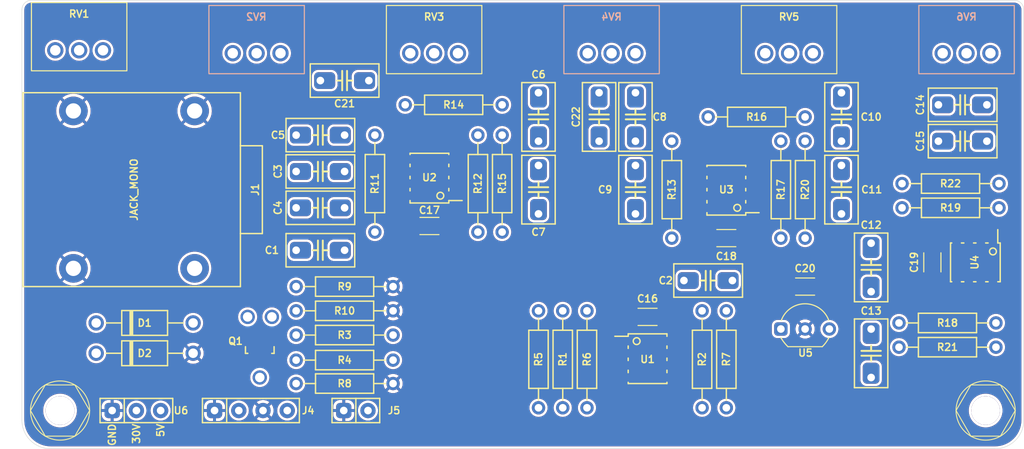
<source format=kicad_pcb>
(kicad_pcb (version 20211014) (generator pcbnew)
  (layers (0 "F.Cu" signal) (31 "B.Cu" signal) (34 "B.Paste" user) (35 "F.Paste" user) (36 "B.SilkS" user "B.Silkscreen") (37 "F.SilkS" user "F.Silkscreen") (38 "B.Mask" user) (39 "F.Mask" user) (44 "Edge.Cuts" user))
  (net 0 "")
  (net 1 "GND")
  (net 2 "Net-(C1-Pad1)")
  (net 3 "Net-(C5-Pad1)")
  (net 4 "+BATT")
  (net 5 "Net-(C10-Pad2)")
  (net 6 "Net-(C12-Pad2)")
  (net 7 "Net-(C14-Pad2)")
  (net 8 "Net-(R1-Pad2)")
  (net 9 "Net-(R13-Pad2)")
  (net 10 "Net-(C10-Pad1)")
  (net 11 "Net-(C12-Pad1)")
  (net 12 "Net-(C14-Pad1)")
  (net 13 "Net-(C15-Pad1)")
  (net 14 "Net-(R17-Pad2)")
  (net 15 "BOOST")
  (net 16 "Net-(R19-Pad2)")
  (net 17 "CUT")
  (net 18 "VGND")
  (net 19 "/jfet_d")
  (net 20 "Net-(C2-Pad2)")
  (net 21 "Net-(C3-Pad2)")
  (net 22 "Net-(C3-Pad1)")
  (net 23 "Net-(C7-Pad1)")
  (net 24 "Net-(C9-Pad1)")
  (net 25 "Net-(C11-Pad1)")
  (net 26 "Net-(C13-Pad1)")
  (net 27 "/jfet_g")
  (net 28 "Net-(D1-Pad1)")
  (net 29 "/jfet_s")
  (net 30 "Net-(R1-Pad1)")
  (net 31 "Net-(R11-Pad2)")
  (net 32 "Net-(R12-Pad2)")
  (net 33 "Net-(R18-Pad2)")
  (net 34 "/OUT")
  (net 35 "Net-(C21-Pad2)")
  (net 36 "Net-(C21-Pad1)")
  (net 37 "Net-(C22-Pad2)")
  (net 38 "Net-(C22-Pad1)")
  (footprint "myAmp:C_5MM_1206" (layer "F.Cu") (at 81.28 76.2 180)
    (fp_text reference "C1" (at 5.08 0) (layer "F.SilkS") (effects (font (size 0.75 0.75))))
    (fp_text value "1μF" hide)
    (pad "1" thru_hole roundrect locked (at -2.54 0 180) (size 2.2 1.75) (drill 0.8 (offset 0.45 0)) (layers *.Cu *.Mask) (net 2 "Net-(C1-Pad1)"))
    (pad "2" thru_hole roundrect locked (at 2.54 0 180) (size 2.2 1.75) (drill 0.8 (offset -0.45 0)) (layers *.Cu *.Mask) (net 19 "/jfet_d"))
  )
  (footprint "myAmp:C_5MM_1206" (layer "F.Cu") (at 81.28 67.945 180)
    (fp_text reference "C3" (at 4.445 0 270) (layer "F.SilkS") (effects (font (size 0.75 0.75))))
    (fp_text value "1μF" hide)
    (pad "1" thru_hole roundrect locked (at -2.54 0 180) (size 2.2 1.75) (drill 0.8 (offset 0.45 0)) (layers *.Cu *.Mask) (net 22 "Net-(C3-Pad1)"))
    (pad "2" thru_hole roundrect locked (at 2.54 0 180) (size 2.2 1.75) (drill 0.8 (offset -0.45 0)) (layers *.Cu *.Mask) (net 21 "Net-(C3-Pad2)"))
  )
  (footprint "myAmp:C_5MM_1206" (layer "F.Cu") (at 81.28 71.755 180)
    (fp_text reference "C4" (at 4.445 0 270) (layer "F.SilkS") (effects (font (size 0.75 0.75))))
    (fp_text value "680nF" hide)
    (pad "1" thru_hole roundrect locked (at -2.54 0 180) (size 2.2 1.75) (drill 0.8 (offset 0.45 0)) (layers *.Cu *.Mask) (net 22 "Net-(C3-Pad1)"))
    (pad "2" thru_hole roundrect locked (at 2.54 0 180) (size 2.2 1.75) (drill 0.8 (offset -0.45 0)) (layers *.Cu *.Mask) (net 21 "Net-(C3-Pad2)"))
  )
  (footprint "myAmp:C_5MM_1206" (layer "F.Cu") (at 81.28 64.135 180)
    (fp_text reference "C5" (at 4.445 0) (layer "F.SilkS") (effects (font (size 0.75 0.75))))
    (fp_text value "22nF" hide)
    (pad "1" thru_hole roundrect locked (at -2.54 0 180) (size 2.2 1.75) (drill 0.8 (offset 0.45 0)) (layers *.Cu *.Mask) (net 3 "Net-(C5-Pad1)"))
    (pad "2" thru_hole roundrect locked (at 2.54 0 180) (size 2.2 1.75) (drill 0.8 (offset -0.45 0)) (layers *.Cu *.Mask) (net 22 "Net-(C3-Pad1)"))
  )
  (footprint "myAmp:C_5MM_1206" (layer "F.Cu") (at 104.14 62.23 90)
    (fp_text reference "C6" (at 4.445 0) (layer "F.SilkS") (effects (font (size 0.75 0.75))))
    (fp_text value "470nF" hide)
    (pad "1" thru_hole roundrect locked (at -2.54 0 90) (size 2.2 1.75) (drill 0.8 (offset 0.45 0)) (layers *.Cu *.Mask) (net 36 "Net-(C21-Pad1)"))
    (pad "2" thru_hole roundrect locked (at 2.54 0 90) (size 2.2 1.75) (drill 0.8 (offset -0.45 0)) (layers *.Cu *.Mask) (net 35 "Net-(C21-Pad2)"))
  )
  (footprint "myAmp:C_5MM_1206" (layer "F.Cu") (at 104.14 69.85 90)
    (fp_text reference "C7" (at -4.445 0) (layer "F.SilkS") (effects (font (size 0.75 0.75))))
    (fp_text value "10nF" hide)
    (pad "1" thru_hole roundrect locked (at -2.54 0 90) (size 2.2 1.75) (drill 0.8 (offset 0.45 0)) (layers *.Cu *.Mask) (net 23 "Net-(C7-Pad1)"))
    (pad "2" thru_hole roundrect locked (at 2.54 0 90) (size 2.2 1.75) (drill 0.8 (offset -0.45 0)) (layers *.Cu *.Mask) (net 36 "Net-(C21-Pad1)"))
  )
  (footprint "myAmp:C_5MM_1206" (layer "F.Cu") (at 114.3 62.23 90)
    (fp_text reference "C8" (at 0 2.54 180) (layer "F.SilkS") (effects (font (size 0.75 0.75))))
    (fp_text value "220nF" hide)
    (pad "1" thru_hole roundrect locked (at -2.54 0 90) (size 2.2 1.75) (drill 0.8 (offset 0.45 0)) (layers *.Cu *.Mask) (net 38 "Net-(C22-Pad1)"))
    (pad "2" thru_hole roundrect locked (at 2.54 0 90) (size 2.2 1.75) (drill 0.8 (offset -0.45 0)) (layers *.Cu *.Mask) (net 37 "Net-(C22-Pad2)"))
  )
  (footprint "myAmp:C_5MM_1206" (layer "F.Cu") (at 135.89 62.23 90)
    (fp_text reference "C10" (at 0 3.11) (layer "F.SilkS") (effects (font (size 0.75 0.75))))
    (fp_text value "220nF" hide)
    (pad "1" thru_hole roundrect locked (at -2.54 0 90) (size 2.2 1.75) (drill 0.8 (offset 0.45 0)) (layers *.Cu *.Mask) (net 10 "Net-(C10-Pad1)"))
    (pad "2" thru_hole roundrect locked (at 2.54 0 90) (size 2.2 1.75) (drill 0.8 (offset -0.45 0)) (layers *.Cu *.Mask) (net 5 "Net-(C10-Pad2)"))
  )
  (footprint "myAmp:C_5MM_1206" (layer "F.Cu") (at 135.89 69.85 90)
    (fp_text reference "C11" (at 0 3.175) (layer "F.SilkS") (effects (font (size 0.75 0.75))))
    (fp_text value "2.7nF" hide)
    (pad "1" thru_hole roundrect locked (at -2.54 0 90) (size 2.2 1.75) (drill 0.8 (offset 0.45 0)) (layers *.Cu *.Mask) (net 25 "Net-(C11-Pad1)"))
    (pad "2" thru_hole roundrect locked (at 2.54 0 90) (size 2.2 1.75) (drill 0.8 (offset -0.45 0)) (layers *.Cu *.Mask) (net 10 "Net-(C10-Pad1)"))
  )
  (footprint "myAmp:C_5MM_1206" (layer "F.Cu") (at 148.59 60.96)
    (fp_text reference "C14" (at -4.445 0 90) (layer "F.SilkS") (effects (font (size 0.75 0.75))))
    (fp_text value "47nF" hide)
    (pad "1" thru_hole roundrect locked (at -2.54 0) (size 2.2 1.75) (drill 0.8 (offset 0.45 0)) (layers *.Cu *.Mask) (net 12 "Net-(C14-Pad1)"))
    (pad "2" thru_hole roundrect locked (at 2.54 0) (size 2.2 1.75) (drill 0.8 (offset -0.45 0)) (layers *.Cu *.Mask) (net 7 "Net-(C14-Pad2)"))
  )
  (footprint "myAmp:C_5MM_1206" (layer "F.Cu") (at 148.59 64.77 180)
    (fp_text reference "C15" (at 4.445 0 90) (layer "F.SilkS") (effects (font (size 0.75 0.75))))
    (fp_text value "680pF" hide)
    (pad "1" thru_hole roundrect locked (at -2.54 0 180) (size 2.2 1.75) (drill 0.8 (offset 0.45 0)) (layers *.Cu *.Mask) (net 13 "Net-(C15-Pad1)"))
    (pad "2" thru_hole roundrect locked (at 2.54 0 180) (size 2.2 1.75) (drill 0.8 (offset -0.45 0)) (layers *.Cu *.Mask) (net 12 "Net-(C14-Pad1)"))
  )
  (footprint "myAmp:C_1206" (layer "F.Cu") (at 115.57 83.185)
    (fp_text reference "C16" (at 0 -1.905) (layer "F.SilkS") (effects (font (size 0.75 0.75))))
    (fp_text value "100nF" hide)
    (pad "1" smd roundrect locked (at -1.7 0) (size 1.425 1.75) (layers "F.Cu" "F.Paste" "F.Mask") (roundrect_rratio 0.1749992982) (net 1 "GND"))
    (pad "2" smd roundrect locked (at 1.7 0) (size 1.425 1.75) (layers "F.Cu" "F.Paste" "F.Mask") (roundrect_rratio 0.1749992982) (net 4 "+BATT"))
  )
  (footprint "myAmp:C_1206" (layer "F.Cu") (at 92.71 73.66 180)
    (fp_text reference "C17" (at 0 1.66) (layer "F.SilkS") (effects (font (size 0.75 0.75))))
    (fp_text value "100nF" hide)
    (pad "1" smd roundrect locked (at -1.7 0 180) (size 1.425 1.75) (layers "F.Cu" "F.Paste" "F.Mask") (roundrect_rratio 0.1749992982) (net 1 "GND"))
    (pad "2" smd roundrect locked (at 1.7 0 180) (size 1.425 1.75) (layers "F.Cu" "F.Paste" "F.Mask") (roundrect_rratio 0.1749992982) (net 4 "+BATT"))
  )
  (footprint "myAmp:C_1206" (layer "F.Cu") (at 123.825 74.93 180)
    (fp_text reference "C18" (at 0 -1.905 180) (layer "F.SilkS") (effects (font (size 0.75 0.75))))
    (fp_text value "100nF" hide)
    (pad "1" smd roundrect locked (at -1.7 0 180) (size 1.425 1.75) (layers "F.Cu" "F.Paste" "F.Mask") (roundrect_rratio 0.1749992982) (net 1 "GND"))
    (pad "2" smd roundrect locked (at 1.7 0 180) (size 1.425 1.75) (layers "F.Cu" "F.Paste" "F.Mask") (roundrect_rratio 0.1749992982) (net 4 "+BATT"))
  )
  (footprint "myAmp:C_1206" (layer "F.Cu") (at 145.415 77.47 -90)
    (fp_text reference "C19" (at 0 1.905 90) (layer "F.SilkS") (effects (font (size 0.75 0.75))))
    (fp_text value "100nF" hide)
    (pad "1" smd roundrect locked (at -1.7 0 270) (size 1.425 1.75) (layers "F.Cu" "F.Paste" "F.Mask") (roundrect_rratio 0.1749992982) (net 1 "GND"))
    (pad "2" smd roundrect locked (at 1.7 0 270) (size 1.425 1.75) (layers "F.Cu" "F.Paste" "F.Mask") (roundrect_rratio 0.1749992982) (net 4 "+BATT"))
  )
  (footprint "myAmp:DO41" (layer "F.Cu") (at 62.865 86.995)
    (fp_text reference "D2" (at 0 0) (layer "F.SilkS") (effects (font (size 0.75 0.75))))
    (fp_text value "1N4733a" hide)
    (pad "1" thru_hole circle locked (at -5.08 0) (size 1.6 1.6) (drill 1) (layers *.Cu *.Mask) (net 28 "Net-(D1-Pad1)"))
    (pad "2" thru_hole circle locked (at 5.08 0) (size 1.6 1.6) (drill 1) (layers *.Cu *.Mask) (net 1 "GND"))
  )
  (footprint "myAmp:MountingHole" (layer "F.Cu") (at 151 93)
    (fp_text reference "J2" hide)
    (fp_text value "HOLE" hide)
    (pad "1" thru_hole circle locked (at 0 0) (size 3 3) (drill 3) (layers *.Cu *.Mask))
  )
  (footprint "myAmp:MountingHole" (layer "F.Cu") (at 54 93)
    (fp_text reference "J3" hide)
    (fp_text value "HOLE" hide)
    (pad "1" thru_hole circle locked (at 0 0) (size 3 3) (drill 3) (layers *.Cu *.Mask))
  )
  (footprint "myAmp:SOT-23_with_jig" (layer "F.Cu") (at 74.93 86.36 180)
    (fp_text reference "Q1" (at 2.54 0.635) (layer "F.SilkS") (effects (font (size 0.75 0.75))))
    (fp_text value "MMBFJ201")
    (pad "1" smd roundrect (at -0.95 1.4 180) (size 1 1.3) (layers "F.Cu" "F.Paste" "F.Mask") (net 19 "/jfet_d"))
    (pad "1" thru_hole circle (at -1.27 3.175 180) (size 1.5 1.5) (drill 1) (layers *.Cu *.Mask) (net 19 "/jfet_d"))
    (pad "2" smd roundrect (at 0.95 1.4 180) (size 1 1.3) (layers "F.Cu" "F.Paste" "F.Mask") (net 29 "/jfet_s"))
    (pad "2" thru_hole circle (at 1.27 3.175 180) (size 1.5 1.5) (drill 1) (layers *.Cu *.Mask) (net 29 "/jfet_s"))
    (pad "3" smd roundrect (at 0 -1.4 180) (size 1 1.3) (layers "F.Cu" "F.Paste" "F.Mask") (net 27 "/jfet_g"))
    (pad "3" thru_hole circle (at 0 -3.175 180) (size 1.5 1.5) (drill 1) (layers *.Cu *.Mask) (net 27 "/jfet_g"))
  )
  (footprint "myAmp:R_10MM" (layer "F.Cu") (at 106.68 87.63 -90)
    (fp_text reference "R1" (at 0 0 -90) (layer "F.SilkS") (effects (font (size 0.75 0.75))))
    (fp_text value "100k" hide)
    (pad "1" thru_hole circle (at -5.08 0 270) (size 1.4 1.4) (drill 0.8) (layers *.Cu *.Mask) (net 30 "Net-(R1-Pad1)"))
    (pad "2" thru_hole circle (at 5.08 0 270) (size 1.4 1.4) (drill 0.8) (layers *.Cu *.Mask) (net 8 "Net-(R1-Pad2)"))
  )
  (footprint "myAmp:R_10MM" (layer "F.Cu") (at 121.285 87.63 -90)
    (fp_text reference "R2" (at 0 0 -90) (layer "F.SilkS") (effects (font (size 0.75 0.75))))
    (fp_text value "3k3" hide)
    (pad "1" thru_hole circle (at -5.08 0 270) (size 1.4 1.4) (drill 0.8) (layers *.Cu *.Mask) (net 20 "Net-(C2-Pad2)"))
    (pad "2" thru_hole circle (at 5.08 0 270) (size 1.4 1.4) (drill 0.8) (layers *.Cu *.Mask) (net 15 "BOOST"))
  )
  (footprint "myAmp:R_10MM" (layer "F.Cu") (at 83.82 85.09)
    (fp_text reference "R3" (at 0 0) (layer "F.SilkS") (effects (font (size 0.75 0.75))))
    (fp_text value "15K" hide)
    (pad "1" thru_hole circle (at -5.08 0) (size 1.4 1.4) (drill 0.8) (layers *.Cu *.Mask) (net 19 "/jfet_d"))
    (pad "2" thru_hole circle (at 5.08 0) (size 1.4 1.4) (drill 0.8) (layers *.Cu *.Mask) (net 4 "+BATT"))
  )
  (footprint "myAmp:R_10MM" (layer "F.Cu") (at 83.82 87.716)
    (fp_text reference "R4" (at 0 0) (layer "F.SilkS") (effects (font (size 0.75 0.75))))
    (fp_text value "1M" hide)
    (pad "1" thru_hole circle (at -5.08 0) (size 1.4 1.4) (drill 0.8) (layers *.Cu *.Mask) (net 19 "/jfet_d"))
    (pad "2" thru_hole circle (at 5.08 0) (size 1.4 1.4) (drill 0.8) (layers *.Cu *.Mask) (net 4 "+BATT"))
  )
  (footprint "myAmp:R_10MM" (layer "F.Cu") (at 104.14 87.63 90)
    (fp_text reference "R5" (at 0 0 90) (layer "F.SilkS") (effects (font (size 0.75 0.75))))
    (fp_text value "100k" hide)
    (pad "1" thru_hole circle (at -5.08 0 90) (size 1.4 1.4) (drill 0.8) (layers *.Cu *.Mask) (net 8 "Net-(R1-Pad2)"))
    (pad "2" thru_hole circle (at 5.08 0 90) (size 1.4 1.4) (drill 0.8) (layers *.Cu *.Mask) (net 2 "Net-(C1-Pad1)"))
  )
  (footprint "myAmp:R_10MM" (layer "F.Cu") (at 109.22 87.63 90)
    (fp_text reference "R6" (at 0 0 90) (layer "F.SilkS") (effects (font (size 0.75 0.75))))
    (fp_text value "3k3" hide)
    (pad "1" thru_hole circle (at -5.08 0 90) (size 1.4 1.4) (drill 0.8) (layers *.Cu *.Mask) (net 17 "CUT"))
    (pad "2" thru_hole circle (at 5.08 0 90) (size 1.4 1.4) (drill 0.8) (layers *.Cu *.Mask) (net 30 "Net-(R1-Pad1)"))
  )
  (footprint "myAmp:R_10MM" (layer "F.Cu") (at 123.825 87.63 90)
    (fp_text reference "R7" (at 0 0 90) (layer "F.SilkS") (effects (font (size 0.75 0.75))))
    (fp_text value "100k" hide)
    (pad "1" thru_hole circle (at -5.08 0 90) (size 1.4 1.4) (drill 0.8) (layers *.Cu *.Mask) (net 18 "VGND"))
    (pad "2" thru_hole circle (at 5.08 0 90) (size 1.4 1.4) (drill 0.8) (layers *.Cu *.Mask) (net 34 "/OUT"))
  )
  (footprint "myAmp:R_10MM" (layer "F.Cu") (at 83.82 90.17)
    (fp_text reference "R8" (at 0 0) (layer "F.SilkS") (effects (font (size 0.75 0.75))))
    (fp_text value "1M" hide)
    (pad "1" thru_hole circle (at -5.08 0) (size 1.4 1.4) (drill 0.8) (layers *.Cu *.Mask) (net 27 "/jfet_g"))
    (pad "2" thru_hole circle (at 5.08 0) (size 1.4 1.4) (drill 0.8) (layers *.Cu *.Mask) (net 1 "GND"))
  )
  (footprint "myAmp:R_10MM" (layer "F.Cu") (at 83.82 80.01)
    (fp_text reference "R9" (at 0 0) (layer "F.SilkS") (effects (font (size 0.75 0.75))))
    (fp_text value "1K5" hide)
    (pad "1" thru_hole circle (at -5.08 0) (size 1.4 1.4) (drill 0.8) (layers *.Cu *.Mask) (net 29 "/jfet_s"))
    (pad "2" thru_hole circle (at 5.08 0) (size 1.4 1.4) (drill 0.8) (layers *.Cu *.Mask) (net 1 "GND"))
  )
  (footprint "myAmp:R_10MM" (layer "F.Cu") (at 83.82 82.55)
    (fp_text reference "R10" (at 0 0) (layer "F.SilkS") (effects (font (size 0.75 0.75))))
    (fp_text value "1M" hide)
    (pad "1" thru_hole circle (at -5.08 0) (size 1.4 1.4) (drill 0.8) (layers *.Cu *.Mask) (net 29 "/jfet_s"))
    (pad "2" thru_hole circle (at 5.08 0) (size 1.4 1.4) (drill 0.8) (layers *.Cu *.Mask) (net 1 "GND"))
  )
  (footprint "myAmp:R_10MM" (layer "F.Cu") (at 86.995 69.215 -90)
    (fp_text reference "R11" (at 0 0 -90) (layer "F.SilkS") (effects (font (size 0.75 0.75))))
    (fp_text value "470" hide)
    (pad "1" thru_hole circle (at -5.08 0 270) (size 1.4 1.4) (drill 0.8) (layers *.Cu *.Mask) (net 22 "Net-(C3-Pad1)"))
    (pad "2" thru_hole circle (at 5.08 0 270) (size 1.4 1.4) (drill 0.8) (layers *.Cu *.Mask) (net 31 "Net-(R11-Pad2)"))
  )
  (footprint "myAmp:R_10MM" (layer "F.Cu") (at 118.11 69.85 -90)
    (fp_text reference "R13" (at 0 0 -90) (layer "F.SilkS") (effects (font (size 0.75 0.75))))
    (fp_text value "470" hide)
    (pad "1" thru_hole circle (at -5.08 0 270) (size 1.4 1.4) (drill 0.8) (layers *.Cu *.Mask) (net 38 "Net-(C22-Pad1)"))
    (pad "2" thru_hole circle (at 5.08 0 270) (size 1.4 1.4) (drill 0.8) (layers *.Cu *.Mask) (net 9 "Net-(R13-Pad2)"))
  )
  (footprint "myAmp:R_10MM" (layer "F.Cu") (at 95.25 60.96 180)
    (fp_text reference "R14" (at 0 0 180) (layer "F.SilkS") (effects (font (size 0.75 0.75))))
    (fp_text value "100k" hide)
    (pad "1" thru_hole circle (at -5.08 0 180) (size 1.4 1.4) (drill 0.8) (layers *.Cu *.Mask) (net 18 "VGND"))
    (pad "2" thru_hole circle (at 5.08 0 180) (size 1.4 1.4) (drill 0.8) (layers *.Cu *.Mask) (net 3 "Net-(C5-Pad1)"))
  )
  (footprint "myAmp:R_10MM" (layer "F.Cu") (at 100.33 69.215 -90)
    (fp_text reference "R15" (at 0 0 -90) (layer "F.SilkS") (effects (font (size 0.75 0.75))))
    (fp_text value "100k" hide)
    (pad "1" thru_hole circle (at -5.08 0 270) (size 1.4 1.4) (drill 0.8) (layers *.Cu *.Mask) (net 18 "VGND"))
    (pad "2" thru_hole circle (at 5.08 0 270) (size 1.4 1.4) (drill 0.8) (layers *.Cu *.Mask) (net 23 "Net-(C7-Pad1)"))
  )
  (footprint "myAmp:R_10MM" (layer "F.Cu") (at 127 62.23 180)
    (fp_text reference "R16" (at 0 0 180) (layer "F.SilkS") (effects (font (size 0.75 0.75))))
    (fp_text value "100k" hide)
    (pad "1" thru_hole circle (at -5.08 0 180) (size 1.4 1.4) (drill 0.8) (layers *.Cu *.Mask) (net 18 "VGND"))
    (pad "2" thru_hole circle (at 5.08 0 180) (size 1.4 1.4) (drill 0.8) (layers *.Cu *.Mask) (net 24 "Net-(C9-Pad1)"))
  )
  (footprint "myAmp:R_10MM" (layer "F.Cu") (at 129.54 69.85 -90)
    (fp_text reference "R17" (at 0 0 -90) (layer "F.SilkS") (effects (font (size 0.75 0.75))))
    (fp_text value "470" hide)
    (pad "1" thru_hole circle (at -5.08 0 270) (size 1.4 1.4) (drill 0.8) (layers *.Cu *.Mask) (net 10 "Net-(C10-Pad1)"))
    (pad "2" thru_hole circle (at 5.08 0 270) (size 1.4 1.4) (drill 0.8) (layers *.Cu *.Mask) (net 14 "Net-(R17-Pad2)"))
  )
  (footprint "myAmp:R_10MM" (layer "F.Cu") (at 147 83.82)
    (fp_text reference "R18" (at 0 0) (layer "F.SilkS") (effects (font (size 0.75 0.75))))
    (fp_text value "470" hide)
    (pad "1" thru_hole circle (at -5.08 0) (size 1.4 1.4) (drill 0.8) (layers *.Cu *.Mask) (net 11 "Net-(C12-Pad1)"))
    (pad "2" thru_hole circle (at 5.08 0) (size 1.4 1.4) (drill 0.8) (layers *.Cu *.Mask) (net 33 "Net-(R18-Pad2)"))
  )
  (footprint "myAmp:R_10MM" (layer "F.Cu") (at 147.32 71.755)
    (fp_text reference "R19" (at 0 0) (layer "F.SilkS") (effects (font (size 0.75 0.75))))
    (fp_text value "470" hide)
    (pad "1" thru_hole circle (at -5.08 0) (size 1.4 1.4) (drill 0.8) (layers *.Cu *.Mask) (net 12 "Net-(C14-Pad1)"))
    (pad "2" thru_hole circle (at 5.08 0) (size 1.4 1.4) (drill 0.8) (layers *.Cu *.Mask) (net 16 "Net-(R19-Pad2)"))
  )
  (footprint "myAmp:R_10MM" (layer "F.Cu") (at 132.08 69.85 -90)
    (fp_text reference "R20" (at 0 0 -90) (layer "F.SilkS") (effects (font (size 0.75 0.75))))
    (fp_text value "100k" hide)
    (pad "1" thru_hole circle (at -5.08 0 270) (size 1.4 1.4) (drill 0.8) (layers *.Cu *.Mask) (net 18 "VGND"))
    (pad "2" thru_hole circle (at 5.08 0 270) (size 1.4 1.4) (drill 0.8) (layers *.Cu *.Mask) (net 25 "Net-(C11-Pad1)"))
  )
  (footprint "myAmp:R_10MM" (layer "F.Cu") (at 147 86.36 180)
    (fp_text reference "R21" (at 0 0 180) (layer "F.SilkS") (effects (font (size 0.75 0.75))))
    (fp_text value "100k" hide)
    (pad "1" thru_hole circle (at -5.08 0 180) (size 1.4 1.4) (drill 0.8) (layers *.Cu *.Mask) (net 18 "VGND"))
    (pad "2" thru_hole circle (at 5.08 0 180) (size 1.4 1.4) (drill 0.8) (layers *.Cu *.Mask) (net 26 "Net-(C13-Pad1)"))
  )
  (footprint "myAmp:R_10MM" (layer "F.Cu") (at 147.32 69.215)
    (fp_text reference "R22" (at 0 0) (layer "F.SilkS") (effects (font (size 0.75 0.75))))
    (fp_text value "100k" hide)
    (pad "1" thru_hole circle (at -5.08 0) (size 1.4 1.4) (drill 0.8) (layers *.Cu *.Mask) (net 18 "VGND"))
    (pad "2" thru_hole circle (at 5.08 0) (size 1.4 1.4) (drill 0.8) (layers *.Cu *.Mask) (net 13 "Net-(C15-Pad1)"))
  )
  (footprint "myAmp:BOURNS_PTD901_xx15K" (layer "F.Cu") (at 130.4 55.55 180)
    (fp_text reference "RV5" (at 0 3.81) (layer "F.SilkS") (effects (font (size 0.75 0.75))))
    (fp_text value "10k")
    (pad "1" thru_hole circle (at -2.5 0 180) (size 1.7 1.7) (drill 1.1) (layers *.Cu *.Mask) (net 17 "CUT"))
    (pad "2" thru_hole circle (at 0 0 180) (size 1.7 1.7) (drill 1.1) (layers *.Cu *.Mask) (net 6 "Net-(C12-Pad2)"))
    (pad "3" thru_hole circle (at 2.5 0 180) (size 1.7 1.7) (drill 1.1) (layers *.Cu *.Mask) (net 15 "BOOST"))
  )
  (footprint "myAmp:SOIC-8_3.9x4.9mm_P1.27mm" (layer "F.Cu") (at 115.57 87.63)
    (fp_text reference "U1" (at 0 0) (layer "F.SilkS") (effects (font (size 0.75 0.75))))
    (fp_text value "NE5532")
    (pad "1" smd rect locked (at -2.8 -1.905) (size 1.8 0.6) (layers "F.Cu" "F.Paste" "F.Mask") (net 30 "Net-(R1-Pad1)"))
    (pad "2" smd roundrect locked (at -2.8 -0.635) (size 1.8 0.6) (layers "F.Cu" "F.Paste" "F.Mask") (net 8 "Net-(R1-Pad2)"))
    (pad "3" smd roundrect locked (at -2.8 0.635) (size 1.8 0.6) (layers "F.Cu" "F.Paste" "F.Mask") (net 18 "VGND"))
    (pad "4" smd roundrect locked (at -2.8 1.905) (size 1.8 0.6) (layers "F.Cu" "F.Paste" "F.Mask") (net 1 "GND"))
    (pad "5" smd roundrect locked (at 2.8 1.905) (size 1.8 0.6) (layers "F.Cu" "F.Paste" "F.Mask") (net 17 "CUT"))
    (pad "6" smd roundrect locked (at 2.8 0.635) (size 1.8 0.6) (layers "F.Cu" "F.Paste" "F.Mask") (net 15 "BOOST"))
    (pad "7" smd roundrect locked (at 2.8 -0.635) (size 1.8 0.6) (layers "F.Cu" "F.Paste" "F.Mask") (net 20 "Net-(C2-Pad2)"))
    (pad "8" smd roundrect locked (at 2.8 -1.905) (size 1.8 0.6) (layers "F.Cu" "F.Paste" "F.Mask") (net 4 "+BATT"))
  )
  (footprint "myAmp:SOIC-8_3.9x4.9mm_P1.27mm" (layer "F.Cu") (at 92.71 68.58 180)
    (fp_text reference "U2" (at 0 0) (layer "F.SilkS") (effects (font (size 0.75 0.75))))
    (fp_text value "NE5532")
    (pad "1" smd rect locked (at -2.8 -1.905 180) (size 1.8 0.6) (layers "F.Cu" "F.Paste" "F.Mask") (net 32 "Net-(R12-Pad2)"))
    (pad "2" smd roundrect locked (at -2.8 -0.635 180) (size 1.8 0.6) (layers "F.Cu" "F.Paste" "F.Mask") (net 32 "Net-(R12-Pad2)"))
    (pad "3" smd roundrect locked (at -2.8 0.635 180) (size 1.8 0.6) (layers "F.Cu" "F.Paste" "F.Mask") (net 23 "Net-(C7-Pad1)"))
    (pad "4" smd roundrect locked (at -2.8 1.905 180) (size 1.8 0.6) (layers "F.Cu" "F.Paste" "F.Mask") (net 1 "GND"))
    (pad "5" smd roundrect locked (at 2.8 1.905 180) (size 1.8 0.6) (layers "F.Cu" "F.Paste" "F.Mask") (net 3 "Net-(C5-Pad1)"))
    (pad "6" smd roundrect locked (at 2.8 0.635 180) (size 1.8 0.6) (layers "F.Cu" "F.Paste" "F.Mask") (net 31 "Net-(R11-Pad2)"))
    (pad "7" smd roundrect locked (at 2.8 -0.635 180) (size 1.8 0.6) (layers "F.Cu" "F.Paste" "F.Mask") (net 31 "Net-(R11-Pad2)"))
    (pad "8" smd roundrect locked (at 2.8 -1.905 180) (size 1.8 0.6) (layers "F.Cu" "F.Paste" "F.Mask") (net 4 "+BATT"))
  )
  (footprint "myAmp:SOIC-8_3.9x4.9mm_P1.27mm" (layer "F.Cu") (at 123.825 69.85 180)
    (fp_text reference "U3" (at 0 0) (layer "F.SilkS") (effects (font (size 0.75 0.75))))
    (fp_text value "NE5532")
    (pad "1" smd rect locked (at -2.8 -1.905 180) (size 1.8 0.6) (layers "F.Cu" "F.Paste" "F.Mask") (net 14 "Net-(R17-Pad2)"))
    (pad "2" smd roundrect locked (at -2.8 -0.635 180) (size 1.8 0.6) (layers "F.Cu" "F.Paste" "F.Mask") (net 14 "Net-(R17-Pad2)"))
    (pad "3" smd roundrect locked (at -2.8 0.635 180) (size 1.8 0.6) (layers "F.Cu" "F.Paste" "F.Mask") (net 25 "Net-(C11-Pad1)"))
    (pad "4" smd roundrect locked (at -2.8 1.905 180) (size 1.8 0.6) (layers "F.Cu" "F.Paste" "F.Mask") (net 1 "GND"))
    (pad "5" smd roundrect locked (at 2.8 1.905 180) (size 1.8 0.6) (layers "F.Cu" "F.Paste" "F.Mask") (net 24 "Net-(C9-Pad1)"))
    (pad "6" smd roundrect locked (at 2.8 0.635 180) (size 1.8 0.6) (layers "F.Cu" "F.Paste" "F.Mask") (net 9 "Net-(R13-Pad2)"))
    (pad "7" smd roundrect locked (at 2.8 -0.635 180) (size 1.8 0.6) (layers "F.Cu" "F.Paste" "F.Mask") (net 9 "Net-(R13-Pad2)"))
    (pad "8" smd roundrect locked (at 2.8 -1.905 180) (size 1.8 0.6) (layers "F.Cu" "F.Paste" "F.Mask") (net 4 "+BATT"))
  )
  (footprint "myAmp:SOIC-8_3.9x4.9mm_P1.27mm" (layer "F.Cu") (at 149.86 77.47 -90)
    (fp_text reference "U4" (at 0 0 90) (layer "F.SilkS") (effects (font (size 0.75 0.75))))
    (fp_text value "NE5532")
    (pad "1" smd rect locked (at -2.8 -1.905 270) (size 1.8 0.6) (layers "F.Cu" "F.Paste" "F.Mask") (net 16 "Net-(R19-Pad2)"))
    (pad "2" smd roundrect locked (at -2.8 -0.635 270) (size 1.8 0.6) (layers "F.Cu" "F.Paste" "F.Mask") (net 16 "Net-(R19-Pad2)"))
    (pad "3" smd roundrect locked (at -2.8 0.635 270) (size 1.8 0.6) (layers "F.Cu" "F.Paste" "F.Mask") (net 13 "Net-(C15-Pad1)"))
    (pad "4" smd roundrect locked (at -2.8 1.905 270) (size 1.8 0.6) (layers "F.Cu" "F.Paste" "F.Mask") (net 1 "GND"))
    (pad "5" smd roundrect locked (at 2.8 1.905 270) (size 1.8 0.6) (layers "F.Cu" "F.Paste" "F.Mask") (net 26 "Net-(C13-Pad1)"))
    (pad "6" smd roundrect locked (at 2.8 0.635 270) (size 1.8 0.6) (layers "F.Cu" "F.Paste" "F.Mask") (net 33 "Net-(R18-Pad2)"))
    (pad "7" smd roundrect locked (at 2.8 -0.635 270) (size 1.8 0.6) (layers "F.Cu" "F.Paste" "F.Mask") (net 33 "Net-(R18-Pad2)"))
    (pad "8" smd roundrect locked (at 2.8 -1.905 270) (size 1.8 0.6) (layers "F.Cu" "F.Paste" "F.Mask") (net 4 "+BATT"))
  )
  (footprint "myAmp:JACK_CL13106" (layer "F.Cu") (at 61.75 69.85 90)
    (fp_text reference "J1" (at 0 12.7 90) (layer "F.SilkS") (effects (font (size 0.75 0.75))))
    (fp_text value "JACK_MONO" (at 0 0 90) (layer "F.SilkS") (effects (font (size 0.75 0.75))))
    (pad "1" thru_hole circle locked (at 8.25 -6.35 90) (size 3 3) (drill 1.6) (layers *.Cu *.Mask) (net 1 "GND"))
    (pad "3" thru_hole circle locked (at 8.25 6.35 90) (size 3 3) (drill 1.6) (layers *.Cu *.Mask) (net 1 "GND"))
    (pad "4" thru_hole circle locked (at -8.25 -6.35 90) (size 3 3) (drill 1.6) (layers *.Cu *.Mask) (net 1 "GND"))
    (pad "6" thru_hole circle locked (at -8.25 6.35 90) (size 3 3) (drill 1.6) (layers *.Cu *.Mask) (net 27 "/jfet_g"))
  )
  (footprint "myAmp:C_5MM_1206" (layer "F.Cu") (at 139 87 90)
    (fp_text reference "C13" (at 4.445 0) (layer "F.SilkS") (effects (font (size 0.75 0.75))))
    (fp_text value "1.5nF" hide)
    (pad "1" thru_hole roundrect locked (at -2.54 0 90) (size 2.2 1.75) (drill 0.8 (offset 0.45 0)) (layers *.Cu *.Mask) (net 26 "Net-(C13-Pad1)"))
    (pad "2" thru_hole roundrect locked (at 2.54 0 90) (size 2.2 1.75) (drill 0.8 (offset -0.45 0)) (layers *.Cu *.Mask) (net 11 "Net-(C12-Pad1)"))
  )
  (footprint "myAmp:C_5MM_1206" (layer "F.Cu") (at 139 78 90)
    (fp_text reference "C12" (at 4.445 0) (layer "F.SilkS") (effects (font (size 0.75 0.75))))
    (fp_text value "100nF" hide)
    (pad "1" thru_hole roundrect locked (at -2.54 0 90) (size 2.2 1.75) (drill 0.8 (offset 0.45 0)) (layers *.Cu *.Mask) (net 11 "Net-(C12-Pad1)"))
    (pad "2" thru_hole roundrect locked (at 2.54 0 90) (size 2.2 1.75) (drill 0.8 (offset -0.45 0)) (layers *.Cu *.Mask) (net 6 "Net-(C12-Pad2)"))
  )
  (footprint "myAmp:R_10MM" (layer "F.Cu") (at 97.79 69.215 -90)
    (fp_text reference "R12" (at 0 0 -90) (layer "F.SilkS") (effects (font (size 0.75 0.75))))
    (fp_text value "470" hide)
    (pad "1" thru_hole circle (at -5.08 0 270) (size 1.4 1.4) (drill 0.8) (layers *.Cu *.Mask) (net 36 "Net-(C21-Pad1)"))
    (pad "2" thru_hole circle (at 5.08 0 270) (size 1.4 1.4) (drill 0.8) (layers *.Cu *.Mask) (net 32 "Net-(R12-Pad2)"))
  )
  (footprint "myAmp:PIN_1x02" (layer "F.Cu") (at 85 93)
    (fp_text reference "J5" (at 4 0) (layer "F.SilkS") (effects (font (size 0.75 0.75))))
    (fp_text value "CONN_01X02" hide)
    (pad "1" thru_hole roundrect locked (at -1.27 0) (size 1.6 1.6) (drill 0.8) (layers *.Cu *.Mask) (net 1 "GND"))
    (pad "2" thru_hole circle locked (at 1.27 0) (size 1.6 1.6) (drill 0.8) (layers *.Cu *.Mask) (net 34 "/OUT"))
  )
  (footprint "myAmp:C_5MM_1206" (layer "F.Cu") (at 114.3 69.85 90)
    (fp_text reference "C9" (at 0 -3.175) (layer "F.SilkS") (effects (font (size 0.75 0.75))))
    (fp_text value "5.6nF" hide)
    (pad "1" thru_hole roundrect locked (at -2.54 0 90) (size 2.2 1.75) (drill 0.8 (offset 0.45 0)) (layers *.Cu *.Mask) (net 24 "Net-(C9-Pad1)"))
    (pad "2" thru_hole roundrect locked (at 2.54 0 90) (size 2.2 1.75) (drill 0.8 (offset -0.45 0)) (layers *.Cu *.Mask) (net 38 "Net-(C22-Pad1)"))
  )
  (footprint "myAmp:TO-92_Inline_Wide" (layer "F.Cu") (at 132.08 84.455)
    (fp_text reference "U5" (at 0.04 2.5 180) (layer "F.SilkS") (effects (font (size 0.75 0.75))))
    (fp_text value "TLE2426" hide)
    (pad "1" thru_hole roundrect (at -2.54 0 90) (size 1.4 1.4) (drill 0.8) (layers *.Cu *.Mask) (net 18 "VGND"))
    (pad "2" thru_hole circle (at 0 0 90) (size 1.4 1.4) (drill 0.8) (layers *.Cu *.Mask) (net 1 "GND"))
    (pad "3" thru_hole circle (at 2.54 0 90) (size 1.4 1.4) (drill 0.8) (layers *.Cu *.Mask) (net 4 "+BATT"))
  )
  (footprint "myAmp:C_1206" (layer "F.Cu") (at 132.08 80.01)
    (fp_text reference "C20" (at 0 -1.905 180) (layer "F.SilkS") (effects (font (size 0.75 0.75))))
    (fp_text value "100nF" hide)
    (pad "1" smd roundrect locked (at -1.7 0) (size 1.425 1.75) (layers "F.Cu" "F.Paste" "F.Mask") (roundrect_rratio 0.1749992982) (net 1 "GND"))
    (pad "2" smd roundrect locked (at 1.7 0) (size 1.425 1.75) (layers "F.Cu" "F.Paste" "F.Mask") (roundrect_rratio 0.1749992982) (net 4 "+BATT"))
  )
  (footprint "myAmp:C_5MM_1206" (layer "F.Cu") (at 121.92 79.375 180)
    (fp_text reference "C2" (at 4.445 0) (layer "F.SilkS") (effects (font (size 0.75 0.75))))
    (fp_text value "1μF" hide)
    (pad "1" thru_hole roundrect locked (at -2.54 0 180) (size 2.2 1.75) (drill 0.8 (offset 0.45 0)) (layers *.Cu *.Mask) (net 34 "/OUT"))
    (pad "2" thru_hole roundrect locked (at 2.54 0 180) (size 2.2 1.75) (drill 0.8 (offset -0.45 0)) (layers *.Cu *.Mask) (net 20 "Net-(C2-Pad2)"))
  )
  (footprint "myAmp:C_5MM_1206" (layer "F.Cu") (at 83.82 58.42 180)
    (fp_text reference "C21" (at 0 -2.413) (layer "F.SilkS") (effects (font (size 0.75 0.75))))
    (fp_text value "330nF" hide)
    (pad "1" thru_hole roundrect locked (at -2.54 0 180) (size 2.2 1.75) (drill 0.8 (offset 0.45 0)) (layers *.Cu *.Mask) (net 36 "Net-(C21-Pad1)"))
    (pad "2" thru_hole roundrect locked (at 2.54 0 180) (size 2.2 1.75) (drill 0.8 (offset -0.45 0)) (layers *.Cu *.Mask) (net 35 "Net-(C21-Pad2)"))
  )
  (footprint "myAmp:C_5MM_1206" (layer "F.Cu") (at 110.49 62.23 90)
    (fp_text reference "C22" (at 0 -2.413 90) (layer "F.SilkS") (effects (font (size 0.75 0.75))))
    (fp_text value "220nF" hide)
    (pad "1" thru_hole roundrect locked (at -2.54 0 90) (size 2.2 1.75) (drill 0.8 (offset 0.45 0)) (layers *.Cu *.Mask) (net 38 "Net-(C22-Pad1)"))
    (pad "2" thru_hole roundrect locked (at 2.54 0 90) (size 2.2 1.75) (drill 0.8 (offset -0.45 0)) (layers *.Cu *.Mask) (net 37 "Net-(C22-Pad2)"))
  )
  (footprint "myAmp:BOURNS_PTD901_xx15K" (layer "F.Cu") (at 56 55.245 180)
    (fp_text reference "RV1" (at 0 3.81) (layer "F.SilkS") (effects (font (size 0.75 0.75))))
    (fp_text value "10k")
    (pad "1" thru_hole circle (at -2.5 0 180) (size 1.7 1.7) (drill 1.1) (layers *.Cu *.Mask) (net 17 "CUT"))
    (pad "2" thru_hole circle (at 0 0 180) (size 1.7 1.7) (drill 1.1) (layers *.Cu *.Mask) (net 21 "Net-(C3-Pad2)"))
    (pad "3" thru_hole circle (at 2.5 0 180) (size 1.7 1.7) (drill 1.1) (layers *.Cu *.Mask) (net 15 "BOOST"))
  )
  (footprint "myAmp:BOURNS_PTD901_xx15K" (layer "F.Cu") (at 93.2 55.55 180)
    (fp_text reference "RV3" (at 0 3.81) (layer "F.SilkS") (effects (font (size 0.75 0.75))))
    (fp_text value "10k")
    (pad "1" thru_hole circle (at -2.5 0 180) (size 1.7 1.7) (drill 1.1) (layers *.Cu *.Mask) (net 17 "CUT"))
    (pad "2" thru_hole circle (at 0 0 180) (size 1.7 1.7) (drill 1.1) (layers *.Cu *.Mask) (net 37 "Net-(C22-Pad2)"))
    (pad "3" thru_hole circle (at 2.5 0 180) (size 1.7 1.7) (drill 1.1) (layers *.Cu *.Mask) (net 15 "BOOST"))
  )
  (footprint "myAmp:DO41" (layer "F.Cu") (at 62.865 83.82)
    (fp_text reference "D1" (at 0 0) (layer "F.SilkS") (effects (font (size 0.75 0.75))))
    (fp_text value "1N4733a" hide)
    (pad "1" thru_hole circle locked (at -5.08 0) (size 1.6 1.6) (drill 1) (layers *.Cu *.Mask) (net 28 "Net-(D1-Pad1)"))
    (pad "2" thru_hole circle locked (at 5.08 0) (size 1.6 1.6) (drill 1) (layers *.Cu *.Mask) (net 27 "/jfet_g"))
  )
  (footprint "myAmp:PWR_CONN" (layer "F.Cu") (at 62 93)
    (fp_text reference "U6" (at 4.675 0) (layer "F.SilkS") (effects (font (size 0.75 0.75))))
    (fp_text value "PWR_CONN" hide)
    (fp_text user "GND" (at -2.54 1.3 90 unlocked) (layer "F.SilkS") (effects (font (size 0.75 0.75)) (justify right)))
    (fp_text user "5V" (at 2.54 1.3 90 unlocked) (layer "F.SilkS") (effects (font (size 0.75 0.75)) (justify right)))
    (fp_text user "30V" (at 0 1.3 90 unlocked) (layer "F.SilkS") (effects (font (size 0.75 0.75)) (justify right)))
    (pad "1" thru_hole roundrect (at -2.54 0) (size 1.6 1.6) (drill 0.8) (layers *.Cu *.Mask) (net 1 "GND"))
    (pad "2" thru_hole circle (at 0 0) (size 1.6 1.6) (drill 0.8) (layers *.Cu *.Mask) (net 4 "+BATT"))
    (pad "3" thru_hole circle (at 2.54 0) (size 1.6 1.6) (drill 0.8) (layers *.Cu *.Mask))
  )
  (footprint "myAmp:PIN_1x04" (layer "F.Cu") (at 74 93)
    (fp_text reference "J4" (at 6 0) (layer "F.SilkS") (effects (font (size 0.75 0.75))))
    (fp_text value "CONN_01X04" hide)
    (pad "1" thru_hole roundrect locked (at -3.81 0) (size 1.6 1.6) (drill 0.8) (layers *.Cu *.Mask) (net 1 "GND"))
    (pad "2" thru_hole circle locked (at -1.27 0) (size 1.6 1.6) (drill 0.8) (layers *.Cu *.Mask) (net 34 "/OUT"))
    (pad "3" thru_hole circle locked (at 1.27 0) (size 1.6 1.6) (drill 0.8) (layers *.Cu *.Mask) (net 1 "GND"))
    (pad "4" thru_hole circle locked (at 3.81 0) (size 1.6 1.6) (drill 0.8) (layers *.Cu *.Mask) (net 34 "/OUT"))
  )
  (footprint "myAmp:BOURNS_PTD901_xx15K" (layer "B.Cu") (at 74.6 55.55)
    (fp_text reference "RV2" (at -0.035 -3.81) (layer "B.SilkS") (effects (font (size 0.75 0.75)) (justify mirror)))
    (fp_text value "10k")
    (pad "1" thru_hole circle (at -2.5 0) (size 1.7 1.7) (drill 1.1) (layers *.Cu *.Mask) (net 17 "CUT"))
    (pad "2" thru_hole circle (at 0 0) (size 1.7 1.7) (drill 1.1) (layers *.Cu *.Mask) (net 35 "Net-(C21-Pad2)"))
    (pad "3" thru_hole circle (at 2.5 0) (size 1.7 1.7) (drill 1.1) (layers *.Cu *.Mask) (net 15 "BOOST"))
  )
  (footprint "myAmp:BOURNS_PTD901_xx15K" (layer "B.Cu") (at 149 55.55)
    (fp_text reference "RV6" (at 0 -3.81) (layer "B.SilkS") (effects (font (size 0.75 0.75)) (justify mirror)))
    (fp_text value "10k")
    (pad "1" thru_hole circle (at -2.5 0) (size 1.7 1.7) (drill 1.1) (layers *.Cu *.Mask) (net 17 "CUT"))
    (pad "2" thru_hole circle (at 0 0) (size 1.7 1.7) (drill 1.1) (layers *.Cu *.Mask) (net 7 "Net-(C14-Pad2)"))
    (pad "3" thru_hole circle (at 2.5 0) (size 1.7 1.7) (drill 1.1) (layers *.Cu *.Mask) (net 15 "BOOST"))
  )
  (footprint "myAmp:BOURNS_PTD901_xx15K" (layer "B.Cu") (at 111.8 55.55)
    (fp_text reference "RV4" (at 0 -3.81) (layer "B.SilkS") (effects (font (size 0.75 0.75)) (justify mirror)))
    (fp_text value "10k")
    (pad "1" thru_hole circle (at -2.5 0) (size 1.7 1.7) (drill 1.1) (layers *.Cu *.Mask) (net 17 "CUT"))
    (pad "2" thru_hole circle (at 0 0) (size 1.7 1.7) (drill 1.1) (layers *.Cu *.Mask) (net 5 "Net-(C10-Pad2)"))
    (pad "3" thru_hole circle (at 2.5 0) (size 1.7 1.7) (drill 1.1) (layers *.Cu *.Mask) (net 15 "BOOST"))
  )
  (gr_line (start 155 94) (end 155 51) (layer "Edge.Cuts") (width 0.05))
  (gr_line (start 52.999994 97.000019) (end 152 97.000019) (layer "Edge.Cuts") (width 0.05))
  (gr_arc (start 52.999994 97.000019) (mid 50.878673 96.121328) (end 50 94) (layer "Edge.Cuts") (width 0.05))
  (gr_line (start 154 50) (end 51 50.000002) (layer "Edge.Cuts") (width 0.05))
  (gr_line (start 50.000002 51) (end 50.000002 94) (layer "Edge.Cuts") (width 0.05))
  (gr_arc (start 154 50) (mid 154.707107 50.292893) (end 155 51) (layer "Edge.Cuts") (width 0.05))
  (gr_arc (start 50 51) (mid 50.292893 50.292893) (end 51 50) (layer "Edge.Cuts") (width 0.05))
  (gr_arc (start 155 94) (mid 154.12132 96.12132) (end 152 97) (layer "Edge.Cuts") (width 0.05))
  (zone (net 1) (net_name "GND") (layers F&B.Cu) (connect_pads (clearance 0.254)) (min_thickness 0.254) (fill yes (thermal_gap 0.3048) (thermal_bridge_width 0.3048) (island_removal_mode 1) (island_area_min 1.999999))
    (polygon (pts (xy 155 95) (xy 153 97) (xy 52 97) (xy 50 95) (xy 50 50) (xy 155 50)))
  )
)
</source>
